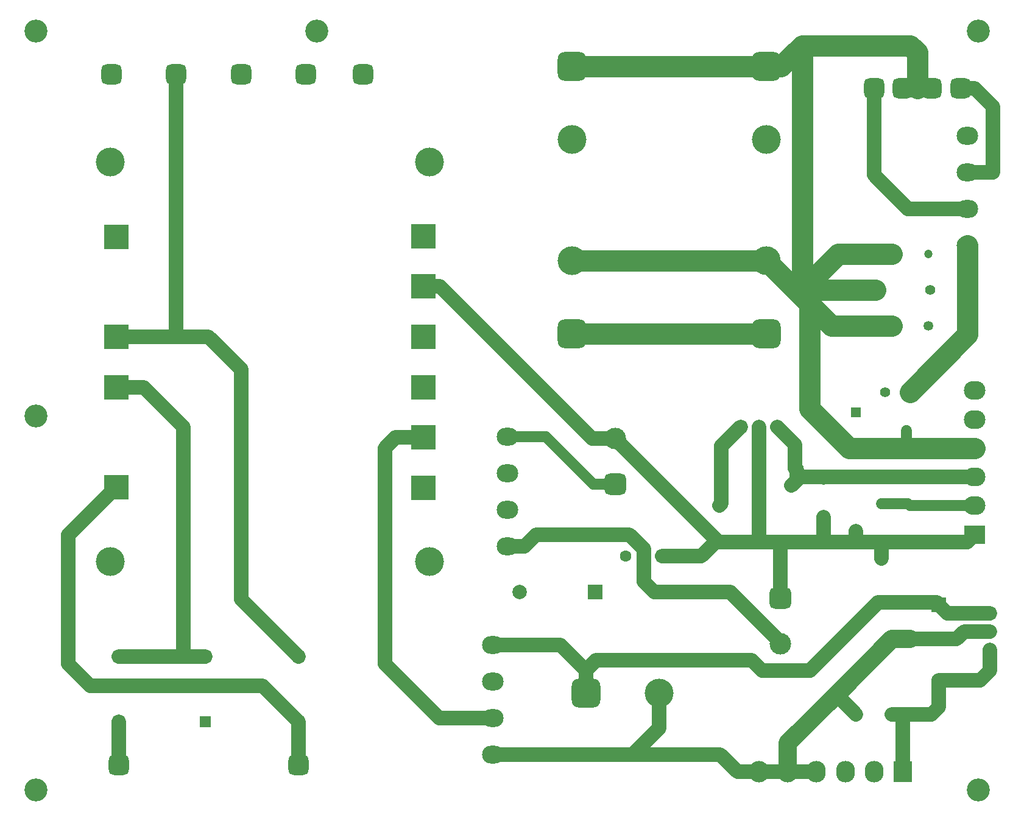
<source format=gbl>
G04*
G04 #@! TF.GenerationSoftware,Altium Limited,CircuitStudio,1.5.2 (30)*
G04*
G04 Layer_Physical_Order=2*
G04 Layer_Color=10066431*
%FSLAX25Y25*%
%MOIN*%
G70*
G01*
G75*
%ADD10C,0.07874*%
%ADD11C,0.11811*%
%ADD12R,0.06299X0.06299*%
%ADD13C,0.06299*%
%ADD14C,0.05315*%
%ADD15R,0.05315X0.05315*%
%ADD16C,0.04724*%
%ADD17R,0.06299X0.06299*%
%ADD18C,0.12598*%
%ADD19R,0.05906X0.05906*%
G04:AMPARAMS|DCode=20|XSize=110.24mil|YSize=110.24mil|CornerRadius=27.56mil|HoleSize=0mil|Usage=FLASHONLY|Rotation=0.000|XOffset=0mil|YOffset=0mil|HoleType=Round|Shape=RoundedRectangle|*
%AMROUNDEDRECTD20*
21,1,0.11024,0.05512,0,0,0.0*
21,1,0.05512,0.11024,0,0,0.0*
1,1,0.05512,0.02756,-0.02756*
1,1,0.05512,-0.02756,-0.02756*
1,1,0.05512,-0.02756,0.02756*
1,1,0.05512,0.02756,0.02756*
%
%ADD20ROUNDEDRECTD20*%
%ADD21C,0.05512*%
%ADD22O,0.11811X0.09843*%
%ADD23R,0.07874X0.07874*%
%ADD24C,0.07874*%
%ADD25R,0.11811X0.10236*%
%ADD26O,0.11811X0.10236*%
%ADD27R,0.10236X0.11811*%
%ADD28O,0.10236X0.11811*%
%ADD29R,0.07874X0.07874*%
%ADD30C,0.15748*%
%ADD31R,0.13780X0.13780*%
%ADD32C,0.05906*%
G04:AMPARAMS|DCode=33|XSize=157.48mil|YSize=157.48mil|CornerRadius=39.37mil|HoleSize=0mil|Usage=FLASHONLY|Rotation=0.000|XOffset=0mil|YOffset=0mil|HoleType=Round|Shape=RoundedRectangle|*
%AMROUNDEDRECTD33*
21,1,0.15748,0.07874,0,0,0.0*
21,1,0.07874,0.15748,0,0,0.0*
1,1,0.07874,0.03937,-0.03937*
1,1,0.07874,-0.03937,-0.03937*
1,1,0.07874,-0.03937,0.03937*
1,1,0.07874,0.03937,0.03937*
%
%ADD33ROUNDEDRECTD33*%
G04:AMPARAMS|DCode=34|XSize=157.48mil|YSize=157.48mil|CornerRadius=39.37mil|HoleSize=0mil|Usage=FLASHONLY|Rotation=90.000|XOffset=0mil|YOffset=0mil|HoleType=Round|Shape=RoundedRectangle|*
%AMROUNDEDRECTD34*
21,1,0.15748,0.07874,0,0,90.0*
21,1,0.07874,0.15748,0,0,90.0*
1,1,0.07874,0.03937,0.03937*
1,1,0.07874,0.03937,-0.03937*
1,1,0.07874,-0.03937,-0.03937*
1,1,0.07874,-0.03937,0.03937*
%
%ADD34ROUNDEDRECTD34*%
G04:AMPARAMS|DCode=35|XSize=118.11mil|YSize=118.11mil|CornerRadius=29.53mil|HoleSize=0mil|Usage=FLASHONLY|Rotation=180.000|XOffset=0mil|YOffset=0mil|HoleType=Round|Shape=RoundedRectangle|*
%AMROUNDEDRECTD35*
21,1,0.11811,0.05906,0,0,180.0*
21,1,0.05906,0.11811,0,0,180.0*
1,1,0.05906,-0.02953,0.02953*
1,1,0.05906,0.02953,0.02953*
1,1,0.05906,0.02953,-0.02953*
1,1,0.05906,-0.02953,-0.02953*
%
%ADD35ROUNDEDRECTD35*%
%ADD36C,0.11811*%
%ADD37C,0.05906*%
%ADD38C,0.09843*%
D10*
X-389764Y31496D02*
Y55118D01*
X-488189Y31496D02*
Y55118D01*
X-409449Y74803D02*
X-389764Y55118D01*
X-503937Y74803D02*
X-409449D01*
X-452756Y90551D02*
Y216535D01*
X-474409Y238189D02*
X-452756Y216535D01*
X-489567Y238189D02*
X-474409D01*
X-488189Y90551D02*
X-452756D01*
X-440945D01*
X-421260Y122047D02*
X-389764Y90551D01*
X-421260Y122047D02*
Y248031D01*
X-438976Y265748D02*
X-421260Y248031D01*
X-321457Y293307D02*
X-312303D01*
X-342520Y204724D02*
X-336614Y210630D01*
X-321457D01*
X-342520Y86614D02*
Y204724D01*
Y86614D02*
X-312835Y56929D01*
X-283465D01*
Y96929D02*
X-246535D01*
X-232598Y82992D01*
X-283465Y36929D02*
X-207165D01*
X-192598Y51496D01*
Y70866D01*
X-23189Y355866D02*
X-9843D01*
X-23622Y153543D02*
X-19685Y157480D01*
X-59055Y401575D02*
X-51181D01*
X-43307D01*
X-229035Y210039D02*
X-216535D01*
X-312303Y293307D02*
X-229035Y210039D01*
X-216535D02*
X-160039Y153543D01*
X-137795D02*
Y216535D01*
X-160039Y153543D02*
X-137795D01*
X-118110Y193819D02*
Y206850D01*
X-127795Y216535D02*
X-118110Y206850D01*
Y193819D02*
X-117205Y192913D01*
X-158386Y205945D02*
X-147795Y216535D01*
X-158386Y192913D02*
Y205945D01*
Y174449D02*
Y192913D01*
X-159606Y173228D02*
X-158386Y174449D01*
X-102362Y153543D02*
Y167165D01*
X-275590Y151102D02*
X-266220D01*
X-259842Y157480D01*
X-208661D01*
X-200787Y149606D01*
Y131732D02*
Y149606D01*
Y131732D02*
X-195039Y125984D01*
X-153543D01*
X-125984Y98425D01*
X-190787Y145669D02*
X-169291D01*
X-161417Y153543D01*
Y154921D01*
X-160039Y153543D01*
X-125984Y122736D02*
Y153543D01*
X-137795D02*
X-125984D01*
X-102362D01*
X-55118Y120236D02*
X-40591D01*
X-34685Y114331D02*
X-11417D01*
X-40591Y120236D02*
X-39370Y119016D01*
X-34685Y114331D01*
X-55118Y100236D02*
X-29685D01*
X-25591Y104331D01*
X-11417D01*
X-39370Y77835D02*
X-16654D01*
X-11417Y83071D01*
Y94331D01*
X-43307Y59055D02*
X-39370Y62992D01*
Y77835D01*
X-59055Y27559D02*
Y59055D01*
X-64961D02*
X-59055D01*
X-43307D01*
X-122047Y27559D02*
X-106299D01*
X-109921Y82992D02*
X-72677Y120236D01*
X-55118D01*
X-207165Y36929D02*
X-158976D01*
X-149606Y27559D01*
X-137795D01*
X-122047D01*
X-94488Y68898D02*
X-84646Y59055D01*
X-94488Y68898D02*
Y70866D01*
X-74803Y354331D02*
Y401575D01*
Y354331D02*
X-56339Y335866D01*
X-23622D01*
X-456693Y265748D02*
Y409449D01*
X-489567Y265748D02*
X-456693D01*
X-438976D01*
X-515748Y86614D02*
X-503937Y74803D01*
X-515748Y86614D02*
Y157283D01*
X-489567Y183465D01*
X-84646Y153543D02*
Y159449D01*
X-102362Y153543D02*
X-84646D01*
X-70866Y144449D02*
Y153543D01*
X-84646D02*
X-70866D01*
X-23622D01*
X-117205Y187165D02*
Y192913D01*
X-120079Y184291D02*
X-117205Y187165D01*
X-113268Y188976D02*
X-19685D01*
X-9843Y355866D02*
Y391732D01*
X-19685Y401575D02*
X-9843Y391732D01*
X-27559Y401575D02*
X-19685D01*
X-136142Y82992D02*
X-109921D01*
X-141732Y88583D02*
X-136142Y82992D01*
X-227008Y88583D02*
X-141732D01*
X-232598Y82992D02*
X-227008Y88583D01*
X-232598Y70866D02*
Y82992D01*
D11*
X-240158Y267402D02*
X-133858D01*
X-240158Y307402D02*
X-133858D01*
X-240158Y413701D02*
X-133858D01*
X-125669D01*
X-114173Y425197D01*
X-55118D01*
X-51181Y421260D01*
Y401575D02*
Y421260D01*
X-114173Y291339D02*
Y425197D01*
Y291339D02*
X-74055D01*
X-23622Y266968D02*
Y315866D01*
X-55118Y235472D02*
X-23622Y266968D01*
X-114173Y291339D02*
X-94488Y311024D01*
X-65118D01*
X-98110Y271654D02*
X-64961D01*
X-133858Y307402D02*
X-110236Y283780D01*
X-98110Y271654D01*
X-110236Y226378D02*
Y283780D01*
Y226378D02*
X-88583Y204724D01*
X-19685D01*
D12*
X-11417Y114331D02*
D03*
D13*
Y104331D02*
D03*
Y94331D02*
D03*
X-137795Y216535D02*
D03*
X-127795D02*
D03*
X-200787Y145669D02*
D03*
X-210787D02*
D03*
D14*
X-84646Y59055D02*
D03*
X-104331Y224410D02*
D03*
X-45276Y271654D02*
D03*
D15*
X-64961Y59055D02*
D03*
X-84646Y224409D02*
D03*
X-64961Y271654D02*
D03*
D16*
X-102362Y187165D02*
D03*
Y167165D02*
D03*
X-55118Y153386D02*
D03*
Y173386D02*
D03*
X-57087Y214409D02*
D03*
Y234409D02*
D03*
X-139606Y173228D02*
D03*
X-159606D02*
D03*
X-55118Y100236D02*
D03*
Y120236D02*
D03*
X-45118Y311024D02*
D03*
X-65118D02*
D03*
X-169291Y127795D02*
D03*
Y147795D02*
D03*
D17*
X-147795Y216535D02*
D03*
X-190787Y145669D02*
D03*
D18*
X-533465Y433071D02*
D03*
X-379921D02*
D03*
X-17717D02*
D03*
Y17717D02*
D03*
X-533465D02*
D03*
Y222441D02*
D03*
D19*
X-488189Y90551D02*
D03*
Y55118D02*
D03*
X-440945Y90551D02*
D03*
Y55118D02*
D03*
X-389764Y90551D02*
D03*
Y55118D02*
D03*
D20*
X-27559Y401575D02*
D03*
X-43307D02*
D03*
X-59055D02*
D03*
X-74803D02*
D03*
X-488189Y31496D02*
D03*
X-389764D02*
D03*
X-385827Y409449D02*
D03*
X-354331D02*
D03*
X-456693D02*
D03*
X-421260D02*
D03*
X-492126D02*
D03*
D21*
X-68898Y235472D02*
D03*
Y205472D02*
D03*
X-74055Y291339D02*
D03*
X-44055D02*
D03*
X-70866Y144449D02*
D03*
Y174449D02*
D03*
X-120079Y184291D02*
D03*
Y154291D02*
D03*
D22*
X-283465Y96929D02*
D03*
Y36929D02*
D03*
Y56929D02*
D03*
Y76929D02*
D03*
X-275590Y211102D02*
D03*
Y151102D02*
D03*
Y171102D02*
D03*
Y191102D02*
D03*
X-23622Y315866D02*
D03*
Y375866D02*
D03*
Y355866D02*
D03*
Y335866D02*
D03*
D23*
X-158386Y192913D02*
D03*
X-227441Y125984D02*
D03*
D24*
X-117205Y192913D02*
D03*
X-39370Y77835D02*
D03*
X-268622Y125984D02*
D03*
D25*
X-19685Y157480D02*
D03*
D26*
Y173228D02*
D03*
Y188976D02*
D03*
Y204724D02*
D03*
Y220472D02*
D03*
Y236221D02*
D03*
D27*
X-59055Y27559D02*
D03*
D28*
X-74803D02*
D03*
X-90551D02*
D03*
X-106299D02*
D03*
X-122047D02*
D03*
X-137795D02*
D03*
D29*
X-39370Y119016D02*
D03*
D30*
X-492913Y142717D02*
D03*
X-318110D02*
D03*
X-492913Y361221D02*
D03*
X-318110D02*
D03*
X-133858Y373701D02*
D03*
X-240158D02*
D03*
Y307402D02*
D03*
X-133858D02*
D03*
X-192598Y70866D02*
D03*
D31*
X-489567Y320472D02*
D03*
Y265748D02*
D03*
Y238189D02*
D03*
Y183465D02*
D03*
X-321457Y320866D02*
D03*
Y293307D02*
D03*
Y265748D02*
D03*
Y238189D02*
D03*
Y210630D02*
D03*
Y183071D02*
D03*
D32*
X-84646Y159449D02*
D03*
Y202756D02*
D03*
D33*
X-133858Y413701D02*
D03*
X-240158D02*
D03*
Y267402D02*
D03*
X-133858D02*
D03*
D34*
X-232598Y70866D02*
D03*
D35*
X-216535Y185039D02*
D03*
X-125984Y122736D02*
D03*
D36*
X-216535Y210039D02*
D03*
X-125984Y97736D02*
D03*
D37*
X-275590Y211102D02*
X-254410D01*
X-228346Y185039D01*
X-216535D01*
X-55118Y173228D02*
X-19685D01*
X-57087Y204724D02*
Y214409D01*
X-56339Y174449D02*
X-55118Y173228D01*
X-70866Y174449D02*
X-56339D01*
D38*
X-122047Y27559D02*
Y43307D01*
X-65118Y100236D02*
X-55118D01*
X-122047Y43307D02*
X-94488Y70866D01*
X-65118Y100236D01*
M02*

</source>
